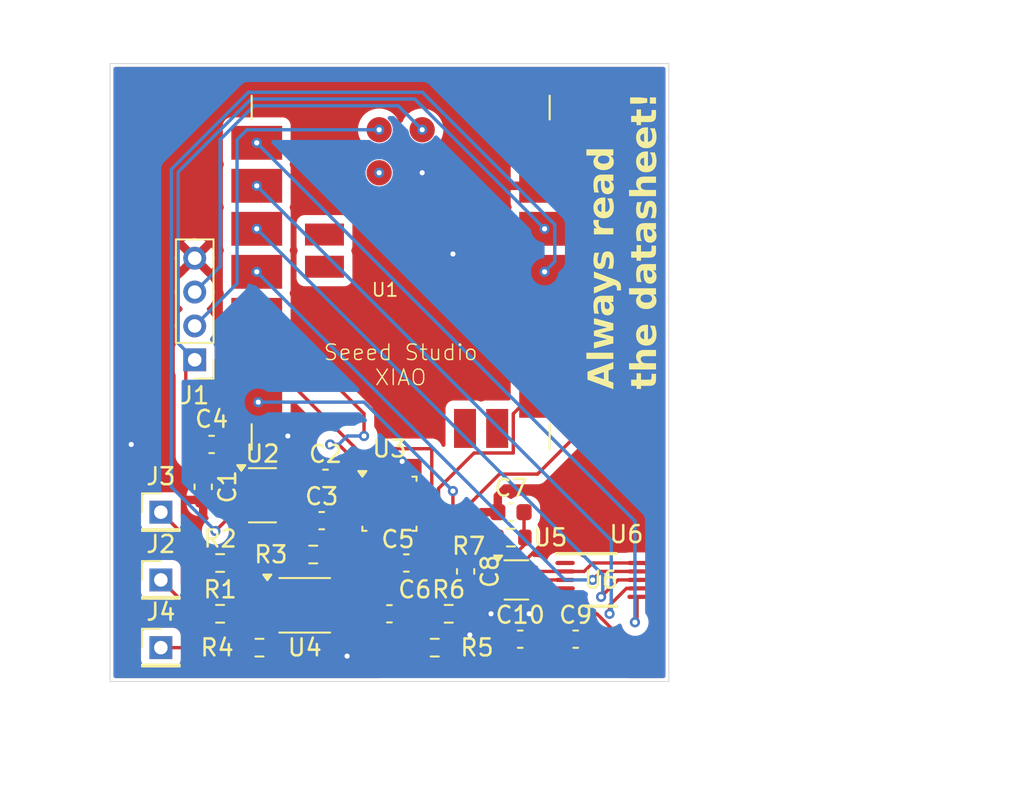
<source format=kicad_pcb>
(kicad_pcb (version 20241229) (generator "pcbnew") (generator_version "9.0")
  (layers (0 "F.Cu" signal) (2 "B.Cu" signal) (13 "F.Paste" user) (15 "B.Paste" user) (5 "F.SilkS" user "F.Silkscreen") (7 "B.SilkS" user "B.Silkscreen") (1 "F.Mask" user) (3 "B.Mask" user) (25 "Edge.Cuts" user))
  (net 0 "")
  (net 1 "3V3")
  (net 2 "GND")
  (net 3 "1V8")
  (net 4 "Net-(U3-REGOUT)")
  (net 5 "Amplified Signal")
  (net 6 "High-pass Signal")
  (net 7 "Net-(U5-+)")
  (net 8 "Filtered Signal")
  (net 9 "Net-(C8-Pad1)")
  (net 10 "Net-(U6-AINN)")
  (net 11 "SWDIO")
  (net 12 "SWCLK")
  (net 13 "Net-(U4-+)")
  (net 14 "Net-(U4--)")
  (net 15 "Net-(R3-Pad1)")
  (net 16 "Net-(R3-Pad2)")
  (net 17 "Net-(U4-Ref)")
  (net 18 "AD0")
  (net 20 "INT1")
  (net 21 "FSYNC")
  (net 23 "SCL")
  (net 24 "EN")
  (net 25 "SDA")
  (net 40 "+3.3V")
  (net 41 "+5V")
  (net 42 "DIN")
  (net 43 "DOUT")
  (net 44 "SCLK")
  (net 45 "CONVST")
  (net 48 "Net-(U1-GND-Pad22)")
  (net 50 "unconnected-(U1-RESET-Pad17)")
  (net 51 "Net-(J2-Pin_1)")
  (net 52 "Net-(J3-Pin_1)")
  (net 53 "Net-(J4-Pin_1)")
  (footprint "Sensor_Motion:InvenSense_QFN-24_3x3mm_P0.4mm" (layer "F.Cu") (at 67 90)
    (property "Reference" "U3" (at 0 -3.25 0) (layer "F.SilkS"))
    (property "Value" "ICM-20948")
    (fp_line (start -1.6 1.6) (end -1.6 1.35) (stroke (width 0.12)) (layer "F.SilkS"))
    (fp_line (start -1.6 1.6) (end -1.35 1.6) (stroke (width 0.12)) (layer "F.SilkS"))
    (fp_line (start 1.6 -1.6) (end 1.35 -1.6) (stroke (width 0.12)) (layer "F.SilkS"))
    (fp_line (start 1.6 -1.6) (end 1.6 -1.35) (stroke (width 0.12)) (layer "F.SilkS"))
    (fp_line (start 1.6 1.6) (end 1.35 1.6) (stroke (width 0.12)) (layer "F.SilkS"))
    (fp_line (start 1.6 1.6) (end 1.6 1.35) (stroke (width 0.12)) (layer "F.SilkS"))
    (fp_poly (pts (xy -1.6 -1.6) (xy -1.84 -1.93) (xy -1.36 -1.93) (xy -1.6 -1.6)) (stroke (width 0.12)) (fill yes) (layer "F.SilkS"))
    (pad "1" smd roundrect (at -1.5 -1) (size 0.55 0.2) (layers "F.Cu" "F.Mask" "F.Paste"))
    (pad "2" smd roundrect (at -1.5 -0.6) (size 0.55 0.2) (layers "F.Cu" "F.Mask" "F.Paste"))
    (pad "3" smd roundrect (at -1.5 -0.2) (size 0.55 0.2) (layers "F.Cu" "F.Mask" "F.Paste"))
    (pad "4" smd roundrect (at -1.5 0.2) (size 0.55 0.2) (layers "F.Cu" "F.Mask" "F.Paste"))
    (pad "5" smd roundrect (at -1.5 0.6) (size 0.55 0.2) (layers "F.Cu" "F.Mask" "F.Paste"))
    (pad "6" smd roundrect (at -1.5 1) (size 0.55 0.2) (layers "F.Cu" "F.Mask" "F.Paste"))
    (pad "7" smd roundrect (at -1 1.5 90) (size 0.55 0.2) (layers "F.Cu" "F.Mask" "F.Paste"))
    (pad "8" smd roundrect (at -0.6 1.5 90) (size 0.55 0.2) (layers "F.Cu" "F.Mask" "F.Paste") (net 3 "1V8"))
    (pad "9" smd roundrect (at -0.2 1.5 90) (size 0.55 0.2) (layers "F.Cu" "F.Mask" "F.Paste") (net 18 "AD0"))
    (pad "10" smd roundrect (at 0.2 1.5 90) (size 0.55 0.2) (layers "F.Cu" "F.Mask" "F.Paste") (net 4 "Net-(U3-REGOUT)"))
    (pad "11" smd roundrect (at 0.6 1.5 90) (size 0.55 0.2) (layers "F.Cu" "F.Mask" "F.Paste") (net 21 "FSYNC"))
    (pad "12" smd roundrect (at 1 1.5 90) (size 0.55 0.2) (layers "F.Cu" "F.Mask" "F.Paste") (net 20 "INT1"))
    (pad "13" smd roundrect (at 1.5 1) (size 0.55 0.2) (layers "F.Cu" "F.Mask" "F.Paste") (net 3 "1V8"))
    (pad "14" smd roundrect (at 1.5 0.6) (size 0.55 0.2) (layers "F.Cu" "F.Mask" "F.Paste"))
    (pad "15" smd roundrect (at 1.5 0.2) (size 0.55 0.2) (layers "F.Cu" "F.Mask" "F.Paste"))
    (pad "16" smd roundrect (at 1.5 -0.2) (size 0.55 0.2) (layers "F.Cu" "F.Mask" "F.Paste"))
    (pad "17" smd roundrect (at 1.5 -0.6) (size 0.55 0.2) (layers "F.Cu" "F.Mask" "F.Paste"))
    (pad "18" smd roundrect (at 1.5 -1) (size 0.55 0.2) (layers "F.Cu" "F.Mask" "F.Paste") (net 2 "GND"))
    (pad "19" smd roundrect (at 1 -1.5 90) (size 0.55 0.2) (layers "F.Cu" "F.Mask" "F.Paste"))
    (pad "20" smd roundrect (at 0.6 -1.5 90) (size 0.55 0.2) (layers "F.Cu" "F.Mask" "F.Paste") (net 2 "GND"))
    (pad "21" smd roundrect (at 0.2 -1.5 90) (size 0.55 0.2) (layers "F.Cu" "F.Mask" "F.Paste"))
    (pad "22" smd roundrect (at -0.2 -1.5 90) (size 0.55 0.2) (layers "F.Cu" "F.Mask" "F.Paste") (net 3 "1V8"))
    (pad "23" smd roundrect (at -0.6 -1.5 90) (size 0.55 0.2) (layers "F.Cu" "F.Mask" "F.Paste") (net 23 "SCL"))
    (pad "24" smd roundrect (at -1 -1.5 90) (size 0.55 0.2) (layers "F.Cu" "F.Mask" "F.Paste") (net 25 "SDA"))
    (zone (net 0) (net_name "") (layer "F.Cu") (connect_pads (clearance 0)) (min_thickness 0.254)
      (keepout (tracks not_allowed) (vias not_allowed) (pads not_allowed) (copperpour not_allowed) (footprints allowed))
      (fill (thermal_gap 0.508) (thermal_bridge_width 0.508))
      (polygon (pts (xy 66.125 89.205) (xy 67.875 89.205) (xy 67.875 90.795) (xy 66.125 90.795)))
    )
  )
  (footprint "Resistor_SMD:R_0603_1608Metric" (layer "F.Cu") (at 57 96.5)
    (property "Reference" "R1" (at 0 -1.43 0) (layer "F.SilkS"))
    (property "Value" "47kΩ")
    (fp_line (start -0.237258 -0.5225) (end 0.237258 -0.5225) (stroke (width 0.12)) (layer "F.SilkS"))
    (fp_line (start -0.237258 0.5225) (end 0.237258 0.5225) (stroke (width 0.12)) (layer "F.SilkS"))
    (pad "1" smd roundrect (at -0.825 0) (size 0.8 0.95) (layers "F.Cu" "F.Mask" "F.Paste") (net 51 "Net-(J2-Pin_1)"))
    (pad "2" smd roundrect (at 0.825 0) (size 0.8 0.95) (layers "F.Cu" "F.Mask" "F.Paste") (net 13 "Net-(U4-+)"))
  )
  (footprint "Package_TO_SOT_SMD:SOT-353_SC-70-5" (layer "F.Cu") (at 74.5 94.5)
    (property "Reference" "U5" (at 2 -2.5 0) (layer "F.SilkS"))
    (property "Value" "OPA333xxDCK")
    (fp_line (start -0.71 -1.16) (end 0.7 -1.16) (stroke (width 0.12)) (layer "F.SilkS"))
    (fp_line (start -0.7 1.16) (end 0.7 1.16) (stroke (width 0.12)) (layer "F.SilkS"))
    (fp_poly (pts (xy -1.08 -1.11) (xy -1.32 -1.44) (xy -0.84 -1.44) (xy -1.08 -1.11)) (stroke (width 0.12)) (fill yes) (layer "F.SilkS"))
    (pad "1" smd roundrect (at -0.95 -0.65) (size 0.65 0.4) (layers "F.Cu" "F.Mask" "F.Paste") (net 7 "Net-(U5-+)"))
    (pad "2" smd roundrect (at -0.95 0) (size 0.65 0.4) (layers "F.Cu" "F.Mask" "F.Paste") (net 2 "GND"))
    (pad "3" smd roundrect (at -0.95 0.65) (size 0.65 0.4) (layers "F.Cu" "F.Mask" "F.Paste") (net 8 "Filtered Signal"))
    (pad "4" smd roundrect (at 0.95 0.65) (size 0.65 0.4) (layers "F.Cu" "F.Mask" "F.Paste") (net 8 "Filtered Signal"))
    (pad "5" smd roundrect (at 0.95 -0.65) (size 0.65 0.4) (layers "F.Cu" "F.Mask" "F.Paste") (net 40 "+3.3V"))
  )
  (footprint "Package_SO:VSSOP-8_3x3mm_P0.65mm" (layer "F.Cu") (at 62 96)
    (property "Reference" "U4" (at 0 2.5 0) (layer "F.SilkS"))
    (property "Value" "INA333xxDGK")
    (fp_line (start 0 -1.61) (end -1.5 -1.61) (stroke (width 0.12)) (layer "F.SilkS"))
    (fp_line (start 0 -1.61) (end 1.5 -1.61) (stroke (width 0.12)) (layer "F.SilkS"))
    (fp_line (start 0 1.61) (end -1.5 1.61) (stroke (width 0.12)) (layer "F.SilkS"))
    (fp_line (start 0 1.61) (end 1.5 1.61) (stroke (width 0.12)) (layer "F.SilkS"))
    (fp_poly (pts (xy -2.2125 -1.485) (xy -2.4525 -1.815) (xy -1.9725 -1.815)) (stroke (width 0.12)) (fill yes) (layer "F.SilkS"))
    (pad "1" smd roundrect (at -2.1125 -0.975) (size 1.625 0.5) (layers "F.Cu" "F.Mask" "F.Paste") (net 16 "Net-(R3-Pad2)"))
    (pad "2" smd roundrect (at -2.1125 -0.325) (size 1.625 0.5) (layers "F.Cu" "F.Mask" "F.Paste") (net 14 "Net-(U4--)"))
    (pad "3" smd roundrect (at -2.1125 0.325) (size 1.625 0.5) (layers "F.Cu" "F.Mask" "F.Paste") (net 13 "Net-(U4-+)"))
    (pad "4" smd roundrect (at -2.1125 0.975) (size 1.625 0.5) (layers "F.Cu" "F.Mask" "F.Paste") (net 2 "GND"))
    (pad "5" smd roundrect (at 2.1125 0.975) (size 1.625 0.5) (layers "F.Cu" "F.Mask" "F.Paste") (net 17 "Net-(U4-Ref)"))
    (pad "6" smd roundrect (at 2.1125 0.325) (size 1.625 0.5) (layers "F.Cu" "F.Mask" "F.Paste") (net 5 "Amplified Signal"))
    (pad "7" smd roundrect (at 2.1125 -0.325) (size 1.625 0.5) (layers "F.Cu" "F.Mask" "F.Paste") (net 40 "+3.3V"))
    (pad "8" smd roundrect (at 2.1125 -0.975) (size 1.625 0.5) (layers "F.Cu" "F.Mask" "F.Paste") (net 15 "Net-(R3-Pad1)"))
  )
  (footprint "Capacitor_SMD:C_0603_1608Metric" (layer "F.Cu") (at 63 91)
    (property "Reference" "C3" (at 0 -1.43 0) (layer "F.SilkS"))
    (property "Value" "0.1uF")
    (fp_line (start -0.14058 -0.51) (end 0.14058 -0.51) (stroke (width 0.12)) (layer "F.SilkS"))
    (fp_line (start -0.14058 0.51) (end 0.14058 0.51) (stroke (width 0.12)) (layer "F.SilkS"))
    (pad "1" smd roundrect (at -0.775 0) (size 0.9 0.95) (layers "F.Cu" "F.Mask" "F.Paste") (net 3 "1V8"))
    (pad "2" smd roundrect (at 0.775 0) (size 0.9 0.95) (layers "F.Cu" "F.Mask" "F.Paste") (net 2 "GND"))
  )
  (footprint "Connector_PinHeader_2.00mm:PinHeader_1x04_P2.00mm_Vertical" (layer "F.Cu") (at 55.5 81.5 180)
    (property "Reference" "J1" (at 0 -2.11 180) (layer "F.SilkS"))
    (property "Value" "Conn_01x04")
    (fp_line (start 1.11 1) (end 1.11 7.11) (stroke (width 0.12)) (layer "F.SilkS"))
    (fp_line (start -1.11 7.11) (end 1.11 7.11) (stroke (width 0.12)) (layer "F.SilkS"))
    (fp_line (start -1.11 1) (end 1.11 1) (stroke (width 0.12)) (layer "F.SilkS"))
    (fp_line (start -1.11 1) (end -1.11 7.11) (stroke (width 0.12)) (layer "F.SilkS"))
    (fp_line (start -1.11 0) (end -1.11 -1.11) (stroke (width 0.12)) (layer "F.SilkS"))
    (fp_line (start -1.11 -1.11) (end 0 -1.11) (stroke (width 0.12)) (layer "F.SilkS"))
    (pad "1" thru_hole rect (at 0 0 180) (size 1.35 1.35) (drill 0.8) (layers "*.Cu" "*.Mask") (net 1 "3V3"))
    (pad "2" thru_hole circle (at 0 2 180) (size 1.35 1.35) (drill 0.8) (layers "*.Cu" "*.Mask") (net 11 "SWDIO"))
    (pad "3" thru_hole circle (at 0 4 180) (size 1.35 1.35) (drill 0.8) (layers "*.Cu" "*.Mask") (net 12 "SWCLK"))
    (pad "4" thru_hole circle (at 0 6 180) (size 1.35 1.35) (drill 0.8) (layers "*.Cu" "*.Mask") (net 2 "GND"))
  )
  (footprint "Capacitor_SMD:C_0603_1608Metric" (layer "F.Cu") (at 67 96.5)
    (property "Reference" "C6" (at 1.5 -1.43 0) (layer "F.SilkS"))
    (property "Value" "1µF")
    (fp_line (start -0.14058 -0.51) (end 0.14058 -0.51) (stroke (width 0.12)) (layer "F.SilkS"))
    (fp_line (start -0.14058 0.51) (end 0.14058 0.51) (stroke (width 0.12)) (layer "F.SilkS"))
    (pad "1" smd roundrect (at -0.775 0) (size 0.9 0.95) (layers "F.Cu" "F.Mask" "F.Paste") (net 5 "Amplified Signal"))
    (pad "2" smd roundrect (at 0.775 0) (size 0.9 0.95) (layers "F.Cu" "F.Mask" "F.Paste") (net 6 "High-pass Signal"))
  )
  (footprint "Resistor_SMD:R_0603_1608Metric" (layer "F.Cu") (at 57 93.5)
    (property "Reference" "R2" (at 0 -1.43 0) (layer "F.SilkS"))
    (property "Value" "47kΩ")
    (fp_line (start -0.237258 -0.5225) (end 0.237258 -0.5225) (stroke (width 0.12)) (layer "F.SilkS"))
    (fp_line (start -0.237258 0.5225) (end 0.237258 0.5225) (stroke (width 0.12)) (layer "F.SilkS"))
    (pad "1" smd roundrect (at -0.825 0) (size 0.8 0.95) (layers "F.Cu" "F.Mask" "F.Paste") (net 52 "Net-(J3-Pin_1)"))
    (pad "2" smd roundrect (at 0.825 0) (size 0.8 0.95) (layers "F.Cu" "F.Mask" "F.Paste") (net 14 "Net-(U4--)"))
  )
  (footprint "perpetuality_footprints:DGS0010A_L" (layer "F.Cu") (at 79.5 94.5)
    (property "Reference" "U6" (at 0 0 0) (layer "F.SilkS"))
    (property "Value" "ADS8866IDGS")
    (fp_line (start -2.65 -1.549999) (end 0.900001 -1.549999) (stroke (width 0.2)) (layer "F.SilkS"))
    (fp_line (start -0.900001 1.549999) (end 0.900001 1.549999) (stroke (width 0.2)) (layer "F.SilkS"))
    (fp_text user "U6" (at 1.5 -2.6924 0) (layer "F.SilkS"))
    (pad "1" smd oval (at -2.125 -1.000001 90) (size 0.249999 1.15) (layers "F.Cu" "F.Mask" "F.Paste") (net 41 "+5V"))
    (pad "2" smd oval (at -2.125 -0.500002 90) (size 0.249999 1.15) (layers "F.Cu" "F.Mask" "F.Paste") (net 40 "+3.3V"))
    (pad "3" smd oval (at -2.125 0 90) (size 0.249999 1.15) (layers "F.Cu" "F.Mask" "F.Paste") (net 8 "Filtered Signal"))
    (pad "4" smd oval (at -2.125 0.499999 90) (size 0.249999 1.15) (layers "F.Cu" "F.Mask" "F.Paste") (net 10 "Net-(U6-AINN)"))
    (pad "5" smd oval (at -2.125 1.000001 90) (size 0.249999 1.15) (layers "F.Cu" "F.Mask" "F.Paste") (net 2 "GND"))
    (pad "6" smd oval (at 2.125 1.000001 90) (size 0.249999 1.15) (layers "F.Cu" "F.Mask" "F.Paste") (net 45 "CONVST"))
    (pad "7" smd oval (at 2.125 0.499999 90) (size 0.249999 1.15) (layers "F.Cu" "F.Mask" "F.Paste") (net 43 "DOUT"))
    (pad "8" smd oval (at 2.125 0 90) (size 0.249999 1.15) (layers "F.Cu" "F.Mask" "F.Paste") (net 44 "SCLK"))
    (pad "9" smd oval (at 2.125 -0.500002 90) (size 0.249999 1.15) (layers "F.Cu" "F.Mask" "F.Paste") (net 42 "DIN"))
    (pad "10" smd oval (at 2.125 -1.000001 90) (size 0.249999 1.15) (layers "F.Cu" "F.Mask" "F.Paste") (net 40 "+3.3V"))
  )
  (footprint "Connector_PinHeader_2.00mm:PinHeader_1x01_P2.00mm_Vertical" (layer "F.Cu") (at 53.5 94.5)
    (property "Reference" "J2" (at 0 -2.11 0) (layer "F.SilkS"))
    (property "Value" "Conn_01x01")
    (fp_line (start -1.11 -1.11) (end 0 -1.11) (stroke (width 0.12)) (layer "F.SilkS"))
    (fp_line (start -1.11 0) (end -1.11 -1.11) (stroke (width 0.12)) (layer "F.SilkS"))
    (fp_line (start -1.11 1) (end -1.11 1.11) (stroke (width 0.12)) (layer "F.SilkS"))
    (fp_line (start -1.11 1) (end 1.11 1) (stroke (width 0.12)) (layer "F.SilkS"))
    (fp_line (start -1.11 1.11) (end 1.11 1.11) (stroke (width 0.12)) (layer "F.SilkS"))
    (fp_line (start 1.11 1) (end 1.11 1.11) (stroke (width 0.12)) (layer "F.SilkS"))
    (pad "1" thru_hole rect (at 0 0) (size 1.35 1.35) (drill 0.8) (layers "*.Cu" "*.Mask") (net 51 "Net-(J2-Pin_1)"))
  )
  (footprint "Package_SO:TSOP-5_1.65x3.05mm_P0.95mm" (layer "F.Cu") (at 59.5 89.5)
    (property "Reference" "U2" (at 0 -2.45 0) (layer "F.SilkS"))
    (property "Value" "NCV8164CSN180T1G")
    (fp_line (start -0.8 -1.6) (end 0.8 -1.6) (stroke (width 0.12)) (layer "F.SilkS"))
    (fp_line (start -0.8 1.6) (end 0.8 1.6) (stroke (width 0.12)) (layer "F.SilkS"))
    (fp_poly (pts (xy -1.25 -1.45) (xy -1.49 -1.78) (xy -1.01 -1.78) (xy -1.25 -1.45)) (stroke (width 0.12)) (fill yes) (layer "F.SilkS"))
    (pad "1" smd rect (at -1.16 -0.95) (size 0.7 0.51) (layers "F.Cu" "F.Mask" "F.Paste") (net 1 "3V3"))
    (pad "2" smd rect (at -1.16 0) (size 0.7 0.51) (layers "F.Cu" "F.Mask" "F.Paste") (net 2 "GND"))
    (pad "3" smd rect (at -1.16 0.95) (size 0.7 0.51) (layers "F.Cu" "F.Mask" "F.Paste") (net 24 "EN"))
    (pad "4" smd rect (at 1.16 0.95) (size 0.7 0.51) (layers "F.Cu" "F.Mask" "F.Paste"))
    (pad "5" smd rect (at 1.16 -0.95) (size 0.7 0.51) (layers "F.Cu" "F.Mask" "F.Paste") (net 3 "1V8"))
  )
  (footprint "Resistor_SMD:R_0603_1608Metric" (layer "F.Cu") (at 62.5 93 180)
    (property "Reference" "R3" (at 2.5 0 0) (layer "F.SilkS"))
    (property "Value" "470Ω")
    (fp_line (start -0.237258 0.5225) (end 0.237258 0.5225) (stroke (width 0.12)) (layer "F.SilkS"))
    (fp_line (start -0.237258 -0.5225) (end 0.237258 -0.5225) (stroke (width 0.12)) (layer "F.SilkS"))
    (pad "1" smd roundrect (at -0.825 0 180) (size 0.8 0.95) (layers "F.Cu" "F.Mask" "F.Paste") (net 15 "Net-(R3-Pad1)"))
    (pad "2" smd roundrect (at 0.825 0 180) (size 0.8 0.95) (layers "F.Cu" "F.Mask" "F.Paste") (net 16 "Net-(R3-Pad2)"))
  )
  (footprint "Connector_PinHeader_2.00mm:PinHeader_1x01_P2.00mm_Vertical" (layer "F.Cu") (at 53.5 98.5)
    (property "Reference" "J4" (at 0 -2.11 0) (layer "F.SilkS"))
    (property "Value" "Conn_01x01")
    (fp_line (start -1.11 -1.11) (end 0 -1.11) (stroke (width 0.12)) (layer "F.SilkS"))
    (fp_line (start -1.11 0) (end -1.11 -1.11) (stroke (width 0.12)) (layer "F.SilkS"))
    (fp_line (start -1.11 1) (end -1.11 1.11) (stroke (width 0.12)) (layer "F.SilkS"))
    (fp_line (start -1.11 1) (end 1.11 1) (stroke (width 0.12)) (layer "F.SilkS"))
    (fp_line (start -1.11 1.11) (end 1.11 1.11) (stroke (width 0.12)) (layer "F.SilkS"))
    (fp_line (start 1.11 1) (end 1.11 1.11) (stroke (width 0.12)) (layer "F.SilkS"))
    (pad "1" thru_hole rect (at 0 0) (size 1.35 1.35) (drill 0.8) (layers "*.Cu" "*.Mask") (net 53 "Net-(J4-Pin_1)"))
  )
  (footprint "Resistor_SMD:R_0603_1608Metric" (layer "F.Cu") (at 74.175 92)
    (property "Reference" "R7" (at -2.5 0.5 0) (layer "F.SilkS"))
    (property "Value" "10kΩ")
    (fp_line (start -0.237258 -0.5225) (end 0.237258 -0.5225) (stroke (width 0.12)) (layer "F.SilkS"))
    (fp_line (start -0.237258 0.5225) (end 0.237258 0.5225) (stroke (width 0.12)) (layer "F.SilkS"))
    (pad "1" smd roundrect (at -0.825 0) (size 0.8 0.95) (layers "F.Cu" "F.Mask" "F.Paste") (net 9 "Net-(C8-Pad1)"))
    (pad "2" smd roundrect (at 0.825 0) (size 0.8 0.95) (layers "F.Cu" "F.Mask" "F.Paste") (net 7 "Net-(U5-+)"))
  )
  (footprint "Capacitor_SMD:C_0603_1608Metric" (layer "F.Cu") (at 78 98)
    (property "Reference" "C9" (at 0 -1.43 0) (layer "F.SilkS"))
    (property "Value" "1µF")
    (fp_line (start -0.14058 -0.51) (end 0.14058 -0.51) (stroke (width 0.12)) (layer "F.SilkS"))
    (fp_line (start -0.14058 0.51) (end 0.14058 0.51) (stroke (width 0.12)) (layer "F.SilkS"))
    (pad "1" smd roundrect (at -0.775 0) (size 0.9 0.95) (layers "F.Cu" "F.Mask" "F.Paste") (net 10 "Net-(U6-AINN)"))
    (pad "2" smd roundrect (at 0.775 0) (size 0.9 0.95) (layers "F.Cu" "F.Mask" "F.Paste") (net 2 "GND"))
  )
  (footprint "Capacitor_SMD:C_0603_1608Metric" (layer "F.Cu") (at 74.725 98)
    (property "Reference" "C10" (at 0 -1.43 0) (layer "F.SilkS"))
    (property "Value" "0.1µF")
    (fp_line (start -0.14058 -0.51) (end 0.14058 -0.51) (stroke (width 0.12)) (layer "F.SilkS"))
    (fp_line (start -0.14058 0.51) (end 0.14058 0.51) (stroke (width 0.12)) (layer "F.SilkS"))
    (pad "1" smd roundrect (at -0.775 0) (size 0.9 0.95) (layers "F.Cu" "F.Mask" "F.Paste") (net 10 "Net-(U6-AINN)"))
    (pad "2" smd roundrect (at 0.775 0) (size 0.9 0.95) (layers "F.Cu" "F.Mask" "F.Paste") (net 2 "GND"))
  )
  (footprint "Capacitor_SMD:C_0603_1608Metric" (layer "F.Cu") (at 71.5 94 -90)
    (property "Reference" "C8" (at 0 -1.43 90) (layer "F.SilkS"))
    (property "Value" "33nF")
    (fp_line (start -0.14058 0.51) (end 0.14058 0.51) (stroke (width 0.12)) (layer "F.SilkS"))
    (fp_line (start -0.14058 -0.51) (end 0.14058 -0.51) (stroke (width 0.12)) (layer "F.SilkS"))
    (pad "1" smd roundrect (at -0.775 0 270) (size 0.9 0.95) (layers "F.Cu" "F.Mask" "F.Paste") (net 9 "Net-(C8-Pad1)"))
    (pad "2" smd roundrect (at 0.775 0 270) (size 0.9 0.95) (layers "F.Cu" "F.Mask" "F.Paste") (net 8 "Filtered Signal"))
  )
  (footprint "Capacitor_SMD:C_0603_1608Metric" (layer "F.Cu") (at 56.5 86.5 180)
    (property "Reference" "C4" (at 0 1.5 0) (layer "F.SilkS"))
    (property "Value" "0.1uF")
    (fp_line (start -0.14058 0.51) (end 0.14058 0.51) (stroke (width 0.12)) (layer "F.SilkS"))
    (fp_line (start -0.14058 -0.51) (end 0.14058 -0.51) (stroke (width 0.12)) (layer "F.SilkS"))
    (pad "1" smd roundrect (at -0.775 0 180) (size 0.9 0.95) (layers "F.Cu" "F.Mask" "F.Paste") (net 3 "1V8"))
    (pad "2" smd roundrect (at 0.775 0 180) (size 0.9 0.95) (layers "F.Cu" "F.Mask" "F.Paste") (net 2 "GND"))
  )
  (footprint "Capacitor_SMD:C_0603_1608Metric" (layer "F.Cu") (at 74.175 90.5)
    (property "Reference" "C7" (at 0 -1.43 0) (layer "F.SilkS"))
    (property "Value" "33nF")
    (fp_line (start -0.14058 -0.51) (end 0.14058 -0.51) (stroke (width 0.12)) (layer "F.SilkS"))
    (fp_line (start -0.14058 0.51) (end 0.14058 0.51) (stroke (width 0.12)) (layer "F.SilkS"))
    (pad "1" smd roundrect (at -0.775 0) (size 0.9 0.95) (layers "F.Cu" "F.Mask" "F.Paste") (net 2 "GND"))
    (pad "2" smd roundrect (at 0.775 0) (size 0.9 0.95) (layers "F.Cu" "F.Mask" "F.Paste") (net 7 "Net-(U5-+)"))
  )
  (footprint "perpetuality_footprints:SeeedStudio nRf52840" (layer "F.Cu") (at 67.6635 76.3035)
    (property "Reference" "U1" (at -1.778 1.524 0) (layer "F.SilkS") (effects (font (size 0.78232 0.78232) (thickness 0.10668)) (justify left bottom)))
    (property "Value" "XIAO-nRF52840-SMD")
    (fp_line (start -8.8 -10.4) (end -8.8 -9) (stroke (width 0.127)) (layer "F.SilkS"))
    (fp_line (start -8.8 10.5) (end -8.8 9) (stroke (width 0.127)) (layer "F.SilkS"))
    (fp_line (start 8.8 -10.4) (end 8.8 -9) (stroke (width 0.127)) (layer "F.SilkS"))
    (fp_line (start 8.8 10.5) (end 8.8 9) (stroke (width 0.127)) (layer "F.SilkS"))
    (fp_text user "Seeed Studio\nXIAO" (at 0 5.5 0) (layer "F.SilkS") (effects (font (size 0.92 0.92) (thickness 0.08))))
    (pad "1" smd rect (at -8.5 -7.62) (size 3 2) (layers "F.Cu" "F.Mask" "F.Paste") (net 45 "CONVST"))
    (pad "2" smd rect (at -8.5 -5.08) (size 3 2) (layers "F.Cu" "F.Mask" "F.Paste") (net 43 "DOUT"))
    (pad "3" smd rect (at -8.5 -2.54) (size 3 2) (layers "F.Cu" "F.Mask" "F.Paste") (net 44 "SCLK"))
    (pad "4" smd rect (at -8.5 0) (size 3 2) (layers "F.Cu" "F.Mask" "F.Paste") (net 42 "DIN"))
    (pad "5" smd rect (at -8.5 2.54) (size 3 2) (layers "F.Cu" "F.Mask" "F.Paste") (net 25 "SDA"))
    (pad "6" smd rect (at -8.5 5.08) (size 3 2) (layers "F.Cu" "F.Mask" "F.Paste") (net 23 "SCL"))
    (pad "7" smd rect (at -8.5 7.62) (size 3 2) (layers "F.Cu" "F.Mask" "F.Paste") (net 21 "FSYNC"))
    (pad "8" smd rect (at 8.5 7.62) (size 3 2) (layers "F.Cu" "F.Mask" "F.Paste") (net 20 "INT1"))
    (pad "9" smd rect (at 8.5 5.08) (size 3 2) (layers "F.Cu" "F.Mask" "F.Paste") (net 18 "AD0"))
    (pad "10" smd rect (at 8.5 2.54) (size 3 2) (layers "F.Cu" "F.Mask" "F.Paste"))
    (pad "11" smd rect (at 8.5 0) (size 3 2) (layers "F.Cu" "F.Mask" "F.Paste") (net 24 "EN"))
    (pad "12" smd rect (at 8.5 -2.54) (size 3 2) (layers "F.Cu" "F.Mask" "F.Paste") (net 1 "3V3"))
    (pad "13" smd rect (at 8.5 -5.08) (size 3 2) (layers "F.Cu" "F.Mask" "F.Paste") (net 2 "GND"))
    (pad "14" smd rect (at 8.5 -7.62) (size 3 2) (layers "F.Cu" "F.Mask" "F.Paste"))
    (pad "15" smd roundrect (at -1.27 -8.39) (size 1.5 1.5) (layers "F.Cu" "F.Mask" "F.Paste") (roundrect_rratio 0.5) (net 11 "SWDIO"))
    (pad "16" smd roundrect (at 1.27 -8.39) (size 1.5 1.5) (layers "F.Cu" "F.Mask" "F.Paste") (roundrect_rratio 0.5) (net 12 "SWCLK"))
    (pad "17" smd roundrect (at -1.27 -5.85) (size 1.5 1.5) (layers "F.Cu" "F.Mask" "F.Paste") (roundrect_rratio 0.5) (net 50 "unconnected-(U1-RESET-Pad17)"))
    (pad "18" smd roundrect (at 1.27 -5.85) (size 1.5 1.5) (layers "F.Cu" "F.Mask" "F.Paste") (roundrect_rratio 0.5) (net 2 "GND"))
    (pad "19" smd rect (at 3.8 9.25 90) (size 2.3 1.3) (layers "F.Cu" "F.Mask" "F.Paste"))
    (pad "20" smd rect (at 5.7 9.25 90) (size 2.3 1.3) (layers "F.Cu" "F.Mask" "F.Paste"))
    (pad "21" smd rect (at -4.5 -2.2 180) (size 2.3 1.3) (layers "F.Cu" "F.Mask" "F.Paste"))
    (pad "22" smd rect (at -4.5 -0.3 180) (size 2.3 1.3) (layers "F.Cu" "F.Mask" "F.Paste") (net 48 "Net-(U1-GND-Pad22)"))
  )
  (footprint "Resistor_SMD:R_0603_1608Metric" (layer "F.Cu") (at 70.5 96.5)
    (property "Reference" "R6" (at 0 -1.43 0) (layer "F.SilkS"))
    (property "Value" "10kΩ")
    (fp_line (start -0.237258 -0.5225) (end 0.237258 -0.5225) (stroke (width 0.12)) (layer "F.SilkS"))
    (fp_line (start -0.237258 0.5225) (end 0.237258 0.5225) (stroke (width 0.12)) (layer "F.SilkS"))
    (pad "1" smd roundrect (at -0.825 0) (size 0.8 0.95) (layers "F.Cu" "F.Mask" "F.Paste") (net 6 "High-pass Signal"))
    (pad "2" smd roundrect (at 0.825 0) (size 0.8 0.95) (layers "F.Cu" "F.Mask" "F.Paste") (net 9 "Net-(C8-Pad1)"))
  )
  (footprint "Capacitor_SMD:C_0603_1608Metric" (layer "F.Cu") (at 68 93.5)
    (property "Reference" "C5" (at -0.5 -1.4 0) (layer "F.SilkS"))
    (property "Value" "0.1uF")
    (fp_line (start -0.14058 -0.51) (end 0.14058 -0.51) (stroke (width 0.12)) (layer "F.SilkS"))
    (fp_line (start -0.14058 0.51) (end 0.14058 0.51) (stroke (width 0.12)) (layer "F.SilkS"))
    (pad "1" smd roundrect (at -0.775 0) (size 0.9 0.95) (layers "F.Cu" "F.Mask" "F.Paste") (net 4 "Net-(U3-REGOUT)"))
    (pad "2" smd roundrect (at 0.775 0) (size 0.9 0.95) (layers "F.Cu" "F.Mask" "F.Paste") (net 2 "GND"))
  )
  (footprint "Resistor_SMD:R_0603_1608Metric" (layer "F.Cu") (at 69.675 98.5 180)
    (property "Reference" "R5" (at -2.5 0 0) (layer "F.SilkS"))
    (property "Value" "15.9kΩ")
    (fp_line (start -0.237258 0.5225) (end 0.237258 0.5225) (stroke (width 0.12)) (layer "F.SilkS"))
    (fp_line (start -0.237258 -0.5225) (end 0.237258 -0.5225) (stroke (width 0.12)) (layer "F.SilkS"))
    (pad "1" smd roundrect (at -0.825 0 180) (size 0.8 0.95) (layers "F.Cu" "F.Mask" "F.Paste") (net 2 "GND"))
    (pad "2" smd roundrect (at 0.825 0 180) (size 0.8 0.95) (layers "F.Cu" "F.Mask" "F.Paste") (net 6 "High-pass Signal"))
  )
  (footprint "Resistor_SMD:R_0603_1608Metric" (layer "F.Cu") (at 59.325 98.5)
    (property "Reference" "R4" (at -2.5 0 0) (layer "F.SilkS"))
    (property "Value" "47kΩ")
    (fp_line (start -0.237258 -0.5225) (end 0.237258 -0.5225) (stroke (width 0.12)) (layer "F.SilkS"))
    (fp_line (start -0.237258 0.5225) (end 0.237258 0.5225) (stroke (width 0.12)) (layer "F.SilkS"))
    (pad "1" smd roundrect (at -0.825 0) (size 0.8 0.95) (layers "F.Cu" "F.Mask" "F.Paste") (net 53 "Net-(J4-Pin_1)"))
    (pad "2" smd roundrect (at 0.825 0) (size 0.8 0.95) (layers "F.Cu" "F.Mask" "F.Paste") (net 17 "Net-(U4-Ref)"))
  )
  (footprint "Connector_PinHeader_2.00mm:PinHeader_1x01_P2.00mm_Vertical" (layer "F.Cu") (at 53.5 90.5)
    (property "Reference" "J3" (at 0 -2.11 0) (layer "F.SilkS"))
    (property "Value" "Conn_01x01")
    (fp_line (start -1.11 -1.11) (end 0 -1.11) (stroke (width 0.12)) (layer "F.SilkS"))
    (fp_line (start -1.11 0) (end -1.11 -1.11) (stroke (width 0.12)) (layer "F.SilkS"))
    (fp_line (start -1.11 1) (end -1.11 1.11) (stroke (width 0.12)) (layer "F.SilkS"))
    (fp_line (start -1.11 1) (end 1.11 1) (stroke (width 0.12)) (layer "F.SilkS"))
    (fp_line (start -1.11 1.11) (end 1.11 1.11) (stroke (width 0.12)) (layer "F.SilkS"))
    (fp_line (start 1.11 1) (end 1.11 1.11) (stroke (width 0.12)) (layer "F.SilkS"))
    (pad "1" thru_hole rect (at 0 0) (size 1.35 1.35) (drill 0.8) (layers "*.Cu" "*.Mask") (net 52 "Net-(J3-Pin_1)"))
  )
  (footprint "Capacitor_SMD:C_0603_1608Metric" (layer "F.Cu") (at 56 89 -90)
    (property "Reference" "C1" (at 0 -1.43 90) (layer "F.SilkS"))
    (property "Value" "1uF")
    (fp_line (start -0.14058 0.51) (end 0.14058 0.51) (stroke (width 0.12)) (layer "F.SilkS"))
    (fp_line (start -0.14058 -0.51) (end 0.14058 -0.51) (stroke (width 0.12)) (layer "F.SilkS"))
    (pad "1" smd roundrect (at -0.775 0 270) (size 0.9 0.95) (layers "F.Cu" "F.Mask" "F.Paste") (net 1 "3V3"))
    (pad "2" smd roundrect (at 0.775 0 270) (size 0.9 0.95) (layers "F.Cu" "F.Mask" "F.Paste") (net 2 "GND"))
  )
  (footprint "Capacitor_SMD:C_0603_1608Metric" (layer "F.Cu") (at 63.225 88.5)
    (property "Reference" "C2" (at 0 -1.43 0) (layer "F.SilkS"))
    (property "Value" "1uF")
    (fp_line (start -0.14058 -0.51) (end 0.14058 -0.51) (stroke (width 0.12)) (layer "F.SilkS"))
    (fp_line (start -0.14058 0.51) (end 0.14058 0.51) (stroke (width 0.12)) (layer "F.SilkS"))
    (pad "1" smd roundrect (at -0.775 0) (size 0.9 0.95) (layers "F.Cu" "F.Mask" "F.Paste") (net 3 "1V8"))
    (pad "2" smd roundrect (at 0.775 0) (size 0.9 0.95) (layers "F.Cu" "F.Mask" "F.Paste") (net 2 "GND"))
  )
  (gr_rect (start 50.5 64) (end 83.5 100.5) (stroke (width 0.05)) (fill no) (layer "Edge.Cuts"))
  (gr_text "Always read \nthe datasheet!" (at 83 83.25 90) (layer "F.SilkS") (effects (font (size 1.5 1.5) (thickness 0.3) (bold yes)) (justify left bottom)))
  (segment (start 54.974 87.199) (end 56 88.225) (width 0.2) (layer "F.Cu") (net 1))
  (segment (start 55.5 81.5) (end 54.974 82.026) (width 0.2) (layer "F.Cu") (net 1))
  (segment (start 54.974 82.026) (end 54.974 87.199) (width 0.2) (layer "F.Cu") (net 1))
  (segment (start 58.34 88.55) (end 56.325 88.55) (width 0.2) (layer "F.Cu") (net 1))
  (segment (start 56.325 88.55) (end 56 88.225) (width 0.2) (layer "F.Cu") (net 1))
  (via (at 76.1635 73.7635) (size 0.6) (drill 0.3) (layers "F.Cu" "B.Cu") (net 1))
  (segment (start 54.524 70.4089) (end 58.8339 66.099) (width 0.2) (layer "B.Cu") (net 1))
  (segment (start 58.8339 66.099) (end 68.499 66.099) (width 0.2) (layer "B.Cu") (net 1))
  (segment (start 54.524 80.524) (end 54.524 70.4089) (width 0.2) (layer "B.Cu") (net 1))
  (segment (start 55.5 81.5) (end 54.524 80.524) (width 0.2) (layer "B.Cu") (net 1))
  (segment (start 68.499 66.099) (end 76.1635 73.7635) (width 0.2) (layer "B.Cu") (net 1))
  (segment (start 75.937499 92.437499) (end 76.124998 92.25) (width 0.2) (layer "F.Cu") (net 2))
  (segment (start 78.775 98.475) (end 78.775 98) (width 0.2) (layer "F.Cu") (net 2))
  (segment (start 75.5 97.5) (end 74.5 96.5) (width 0.2) (layer "F.Cu") (net 2))
  (segment (start 78.775 98) (end 80.25 98) (width 0.2) (layer "F.Cu") (net 2))
  (segment (start 76.124998 92.25) (end 76.5 92.25) (width 0.2) (layer "F.Cu") (net 2))
  (segment (start 59.5 90.66) (end 59.5 91.75) (width 0.2) (layer "F.Cu") (net 2))
  (segment (start 75.5 98) (end 75.5 97.5) (width 0.2) (layer "F.Cu") (net 2))
  (segment (start 59.5 91.75) (end 61.5 91.75) (width 0.2) (layer "F.Cu") (net 2))
  (segment (start 71.75 98.5) (end 72.5 99.25) (width 0.2) (layer "F.Cu") (net 2))
  (segment (start 67.75 87.5) (end 67.772774 87.5) (width 0.2) (layer "F.Cu") (net 2))
  (segment (start 77.500001 95.500001) (end 78.5 96.5) (width 0.2) (layer "F.Cu") (net 2))
  (segment (start 62.5 92.75) (end 62.5 95.174999) (width 0.2) (layer "F.Cu") (net 2))
  (segment (start 62.5 95.174999) (end 60.699999 96.975) (width 0.2) (layer "F.Cu") (net 2))
  (segment (start 67.6 88.129226) (end 67.6 88.5) (width 0.2) (layer "F.Cu") (net 2))
  (segment (start 78 99.25) (end 78.775 98.475) (width 0.2) (layer "F.Cu") (net 2))
  (segment (start 67.828226 87.901) (end 67.6 88.129226) (width 0.2) (layer "F.Cu") (net 2))
  (segment (start 61.5 91.75) (end 62.5 92.75) (width 0.2) (layer "F.Cu") (net 2))
  (segment (start 74.5 96.5) (end 73.75 96.5) (width 0.2) (layer "F.Cu") (net 2))
  (segment (start 72.5 99.25) (end 78 99.25) (width 0.2) (layer "F.Cu") (net 2))
  (segment (start 68.173774 87.901) (end 67.828226 87.901) (width 0.2) (layer "F.Cu") (net 2))
  (segment (start 68.5 88.227226) (end 68.261387 87.988613) (width 0.2) (layer "F.Cu") (net 2))
  (segment (start 73.75 96.5) (end 71.75 98.5) (width 0.2) (layer "F.Cu") (net 2))
  (segment (start 73.874999 94.5) (end 75.937499 92.437499) (width 0.2) (layer "F.Cu") (net 2))
  (segment (start 73.55 94.5) (end 73.874999 94.5) (width 0.2) (layer "F.Cu") (net 2))
  (segment (start 77.375 95.500001) (end 77.500001 95.500001) (width 0.2) (layer "F.Cu") (net 2))
  (segment (start 60.699999 96.975) (end 59.8875 96.975) (width 0.2) (layer "F.Cu") (net 2))
  (segment (start 78.5 96.5) (end 79.25 96.5) (width 0.2) (layer "F.Cu") (net 2))
  (segment (start 80.25 98) (end 80.5 97.75) (width 0.2) (layer "F.Cu") (net 2))
  (segment (start 68.261387 87.988613) (end 68.173774 87.901) (width 0.2) (layer "F.Cu") (net 2))
  (segment (start 79.25 96.5) (end 80.5 97.75) (width 0.2) (layer "F.Cu") (net 2))
  (segment (start 58.34 89.5) (end 59.5 90.66) (width 0.2) (layer "F.Cu") (net 2))
  (segment (start 67.772774 87.5) (end 68.261387 87.988613) (width 0.2) (layer "F.Cu") (net 2))
  (segment (start 68.5 89) (end 68.5 88.227226) (width 0.2) (layer "F.Cu") (net 2))
  (segment (start 71.75 98.5) (end 70.5 98.5) (width 0.2) (layer "F.Cu") (net 2))
  (via (at 71.75 97.75) (size 0.6) (drill 0.3) (layers "F.Cu" "B.Cu") (net 2))
  (via (at 73 96.5) (size 0.6) (drill 0.3) (layers "F.Cu" "B.Cu") (net 2))
  (via (at 75.25 96.5) (size 0.6) (drill 0.3) (layers "F.Cu" "B.Cu") (net 2))
  (via (at 67.75 87.5) (size 0.6) (drill 0.3) (layers "F.Cu" "B.Cu") (net 2))
  (via (at 68.9335 70.4535) (size 0.6) (drill 0.3) (layers "F.Cu" "B.Cu") (net 2))
  (via (at 64.5 99) (size 0.6) (drill 0.3) (layers "F.Cu" "B.Cu") (net 2))
  (via (at 51.75 86.5) (size 0.6) (drill 0.3) (layers "F.Cu" "B.Cu") (net 2))
  (via (at 61 86) (size 0.6) (drill 0.3) (layers "F.Cu" "B.Cu") (net 2))
  (via (at 70.75 75.25) (size 0.6) (drill 0.3) (layers "F.Cu" "B.Cu") (net 2))
  (segment (start 62.25 91) (end 63 91.75) (width 0.2) (layer "F.Cu") (net 3))
  (segment (start 58.61 86.5) (end 60.66 88.55) (width 0.2) (layer "F.Cu") (net 3))
  (segment (start 62.225 88.725) (end 62.45 88.5) (width 0.2) (layer "F.Cu") (net 3))
  (segment (start 66.8 86.95) (end 67 86.75) (width 0.2) (layer "F.Cu") (net 3))
  (segment (start 65 92.25) (end 66 92.25) (width 0.2) (layer "F.Cu") (net 3))
  (segment (start 62.225 91) (end 62.225 88.725) (width 0.2) (layer "F.Cu") (net 3))
  (segment (start 66.8 88.5) (end 66.8 86.95) (width 0.2) (layer "F.Cu") (net 3))
  (segment (start 66.4 91.225) (end 66.4 91.5) (width 0.2) (layer "F.Cu") (net 3))
  (segment (start 64.5 91.75) (end 65 92.25) (width 0.2) (layer "F.Cu") (net 3))
  (segment (start 67 86.75) (end 69.5 86.75) (width 0.2) (layer "F.Cu") (net 3))
  (segment (start 68.5 91) (end 66.625 91) (width 0.2) (layer "F.Cu") (net 3))
  (segment (start 66.4 91.85) (end 66.4 91.5) (width 0.2) (layer "F.Cu") (net 3))
  (segment (start 63 91.75) (end 64.5 91.75) (width 0.2) (layer "F.Cu") (net 3))
  (segment (start 66 92.25) (end 66.4 91.85) (width 0.2) (layer "F.Cu") (net 3))
  (segment (start 66.625 91) (end 66.4 91.225) (width 0.2) (layer "F.Cu") (net 3))
  (segment (start 69 91) (end 68.5 91) (width 0.2) (layer "F.Cu") (net 3))
  (segment (start 62.225 91) (end 62.25 91) (width 0.2) (layer "F.Cu") (net 3))
  (segment (start 62.4 88.55) (end 62.45 88.5) (width 0.2) (layer "F.Cu") (net 3))
  (segment (start 69.5 86.75) (end 69.5 90.5) (width 0.2) (layer "F.Cu") (net 3))
  (segment (start 57.275 86.5) (end 58.61 86.5) (width 0.2) (layer "F.Cu") (net 3))
  (segment (start 60.66 88.55) (end 62.4 88.55) (width 0.2) (layer "F.Cu") (net 3))
  (segment (start 69.5 90.5) (end 69 91) (width 0.2) (layer "F.Cu") (net 3))
  (segment (start 67.225 93.5) (end 67.225 91.525) (width 0.2) (layer "F.Cu") (net 4))
  (segment (start 67.2 91.5) (end 67.2 91.870774) (width 0.2) (layer "F.Cu") (net 4))
  (segment (start 67.2 91.870774) (end 67.199 91.871774) (width 0.2) (layer "F.Cu") (net 4))
  (segment (start 67.225 91.525) (end 67.2 91.5) (width 0.2) (layer "F.Cu") (net 4))
  (segment (start 64.1125 96.325) (end 66.05 96.325) (width 0.2) (layer "F.Cu") (net 5))
  (segment (start 66.05 96.325) (end 66.225 96.5) (width 0.2) (layer "F.Cu") (net 5))
  (segment (start 67.775 96.5) (end 69.675 96.5) (width 0.2) (layer "F.Cu") (net 6))
  (segment (start 69.675 97.675) (end 68.85 98.5) (width 0.2) (layer "F.Cu") (net 6))
  (segment (start 69.675 96.5) (end 69.675 97.675) (width 0.2) (layer "F.Cu") (net 6))
  (segment (start 74.95 91.95) (end 75 92) (width 0.2) (layer "F.Cu") (net 7))
  (segment (start 74.95 90.5) (end 74.95 91.95) (width 0.2) (layer "F.Cu") (net 7))
  (segment (start 75 92.4) (end 75 92) (width 0.2) (layer "F.Cu") (net 7))
  (segment (start 73.55 93.85) (end 75 92.4) (width 0.2) (layer "F.Cu") (net 7))
  (segment (start 71.5 94.775) (end 71.875 95.15) (width 0.2) (layer "F.Cu") (net 8))
  (segment (start 71.875 95.15) (end 73.55 95.15) (width 0.2) (layer "F.Cu") (net 8))
  (segment (start 75.45 95.15) (end 76.1 94.5) (width 0.2) (layer "F.Cu") (net 8))
  (segment (start 73.55 95.15) (end 75.45 95.15) (width 0.2) (layer "F.Cu") (net 8))
  (segment (start 76.1 94.5) (end 77.375 94.5) (width 0.2) (layer "F.Cu") (net 8))
  (segment (start 70.724 95.899) (end 70.724 94.001) (width 0.2) (layer "F.Cu") (net 9))
  (segment (start 73.35 92) (end 72.725 92) (width 0.2) (layer "F.Cu") (net 9))
  (segment (start 70.724 94.001) (end 71.5 93.225) (width 0.2) (layer "F.Cu") (net 9))
  (segment (start 72.725 92) (end 71.5 93.225) (width 0.2) (layer "F.Cu") (net 9))
  (segment (start 71.325 96.5) (end 70.724 95.899) (width 0.2) (layer "F.Cu") (net 9))
  (segment (start 74.726 98.776) (end 76.449 98.776) (width 0.2) (layer "F.Cu") (net 10))
  (segment (start 76.6 94.999999) (end 77.375 94.999999) (width 0.2) (layer "F.Cu") (net 10))
  (segment (start 76.499 95.100999) (end 76.6 94.999999) (width 0.2) (layer "F.Cu") (net 10))
  (segment (start 77.225 98) (end 76.499 97.274) (width 0.2) (layer "F.Cu") (net 10))
  (segment (start 73.95 98) (end 74.726 98.776) (width 0.2) (layer "F.Cu") (net 10))
  (segment (start 76.449 98.776) (end 77.225 98) (width 0.2) (layer "F.Cu") (net 10))
  (segment (start 76.499 97.274) (end 76.499 95.100999) (width 0.2) (layer "F.Cu") (net 10))
  (via (at 66.3935 67.9135) (size 0.6) (drill 0.3) (layers "F.Cu" "B.Cu") (net 11))
  (segment (start 58.5865 67.9135) (end 66.3935 67.9135) (width 0.2) (layer "B.Cu") (net 11))
  (segment (start 58 68.5) (end 58.5865 67.9135) (width 0.2) (layer "B.Cu") (net 11))
  (segment (start 55.5 79.5) (end 58 77) (width 0.2) (layer "B.Cu") (net 11))
  (segment (start 58 77) (end 58 68.5) (width 0.2) (layer "B.Cu") (net 11))
  (via (at 68.9335 67.9135) (size 0.6) (drill 0.3) (layers "F.Cu" "B.Cu") (net 12))
  (segment (start 57.004064 70.941563) (end 57 70.937499) (width 0.2) (layer "B.Cu") (net 12))
  (segment (start 57 68.5) (end 59 66.5) (width 0.2) (layer "B.Cu") (net 12))
  (segment (start 59 66.5) (end 67.52 66.5) (width 0.2) (layer "B.Cu") (net 12))
  (segment (start 57 70.937499) (end 57 68.5) (width 0.2) (layer "B.Cu") (net 12))
  (segment (start 55.5 77.5) (end 57.004064 75.995936) (width 0.2) (layer "B.Cu") (net 12))
  (segment (start 67.52 66.5) (end 68.9335 67.9135) (width 0.2) (layer "B.Cu") (net 12))
  (segment (start 57.004064 75.995936) (end 57.004064 70.941563) (width 0.2) (layer "B.Cu") (net 12))
  (segment (start 59.8875 96.325) (end 58 96.325) (width 0.2) (layer "F.Cu") (net 13))
  (segment (start 58 96.325) (end 57.825 96.5) (width 0.2) (layer "F.Cu") (net 13))
  (segment (start 57.825 94.424999) (end 57.825 93.5) (width 0.2) (layer "F.Cu") (net 14))
  (segment (start 59.8875 95.675) (end 59.075001 95.675) (width 0.2) (layer "F.Cu") (net 14))
  (segment (start 59.075001 95.675) (end 57.825 94.424999) (width 0.2) (layer "F.Cu") (net 14))
  (segment (start 63.325 93) (end 63.325 94.2375) (width 0.2) (layer "F.Cu") (net 15))
  (segment (start 63.325 94.2375) (end 64.1125 95.025) (width 0.2) (layer "F.Cu") (net 15))
  (segment (start 61.675 93.2375) (end 61.675 93) (width 0.2) (layer "F.Cu") (net 16))
  (segment (start 59.8875 95.025) (end 61.675 93.2375) (width 0.2) (layer "F.Cu") (net 16))
  (segment (start 62.5875 98.5) (end 64.1125 96.975) (width 0.2) (layer "F.Cu") (net 17))
  (segment (start 60.15 98.5) (end 62.5875 98.5) (width 0.2) (layer "F.Cu") (net 17))
  (segment (start 66.8 91.5) (end 66.8 92.7) (width 0.2) (layer "F.Cu") (net 18))
  (segment (start 66.5 93) (end 66.5 94.25) (width 0.2) (layer "F.Cu") (net 18))
  (segment (start 66.8 91.703674) (end 66.8 91.5) (width 0.2) (layer "F.Cu") (net 18))
  (segment (start 77.8835 81.3835) (end 76.1635 81.3835) (width 0.2) (layer "F.Cu") (net 18))
  (segment (start 68 94.25) (end 68 93) (width 0.2) (layer "F.Cu") (net 18))
  (segment (start 78.5 85.5) (end 78.5 82) (width 0.2) (layer "F.Cu") (net 18))
  (segment (start 66.5 94.25) (end 68 94.25) (width 0.2) (layer "F.Cu") (net 18))
  (segment (start 75.75 88.25) (end 78.5 85.5) (width 0.2) (layer "F.Cu") (net 18))
  (segment (start 68.5 92.5) (end 69.25 92.5) (width 0.2) (layer "F.Cu") (net 18))
  (segment (start 68 93) (end 68.5 92.5) (width 0.2) (layer "F.Cu") (net 18))
  (segment (start 73.5 88.25) (end 75.75 88.25) (width 0.2) (layer "F.Cu") (net 18))
  (segment (start 69.25 92.5) (end 73.5 88.25) (width 0.2) (layer "F.Cu") (net 18))
  (segment (start 66.8 92.7) (end 66.5 93) (width 0.2) (layer "F.Cu") (net 18))
  (segment (start 78.5 82) (end 77.8835 81.3835) (width 0.2) (layer "F.Cu") (net 18))
  (segment (start 74.3145 84.6855) (end 75.0765 83.9235) (width 0.2) (layer "F.Cu") (net 20))
  (segment (start 68.128226 91.401) (end 69.1661 91.401) (width 0.2) (layer "F.Cu") (net 20))
  (segment (start 69.1661 91.401) (end 69.901 90.6661) (width 0.2) (layer "F.Cu") (net 20))
  (segment (start 68 91.5) (end 68 91.272774) (width 0.2) (layer "F.Cu") (net 20))
  (segment (start 69.901 90.6661) (end 69.901 89.099) (width 0.2) (layer "F.Cu") (net 20))
  (segment (start 74.3145 87.0045) (end 74.3145 84.6855) (width 0.2) (layer "F.Cu") (net 20))
  (segment (start 69.901 89.099) (end 71.9955 87.0045) (width 0.2) (layer "F.Cu") (net 20))
  (segment (start 68 91.272774) (end 68.128226 91.401) (width 0.2) (layer "F.Cu") (net 20))
  (segment (start 71.9955 87.0045) (end 74.3145 87.0045) (width 0.2) (layer "F.Cu") (net 20))
  (segment (start 75.0765 83.9235) (end 76.1635 83.9235) (width 0.2) (layer "F.Cu") (net 20))
  (segment (start 67.825 92) (end 69.215602 92) (width 0.2) (layer "F.Cu") (net 21))
  (segment (start 67.6 91.5) (end 67.6 91.775) (width 0.2) (layer "F.Cu") (net 21))
  (segment (start 70.75 90.465602) (end 70.75 89.25) (width 0.2) (layer "F.Cu") (net 21))
  (segment (start 69.215602 92) (end 70.75 90.465602) (width 0.2) (layer "F.Cu") (net 21))
  (segment (start 67.6 91.775) (end 67.825 92) (width 0.2) (layer "F.Cu") (net 21))
  (via (at 70.75 89.25) (size 0.6) (drill 0.3) (layers "F.Cu" "B.Cu") (net 21))
  (via (at 59.25 84) (size 0.6) (drill 0.3) (layers "F.Cu" "B.Cu") (net 21))
  (segment (start 61.5 84) (end 59.25 84) (width 0.2) (layer "B.Cu") (net 21))
  (segment (start 65.5 84) (end 61.5 84) (width 0.2) (layer "B.Cu") (net 21))
  (segment (start 70.75 89.25) (end 65.5 84) (width 0.2) (layer "B.Cu") (net 21))
  (segment (start 66.4 88.12) (end 66.4 88.5) (width 0.2) (layer "F.Cu") (net 23))
  (segment (start 59.6635 81.3835) (end 66.4 88.12) (width 0.2) (layer "F.Cu") (net 23))
  (segment (start 59.1635 81.3835) (end 59.6635 81.3835) (width 0.2) (layer "F.Cu") (net 23))
  (segment (start 57.884025 90.45) (end 58.34 90.45) (width 0.2) (layer "F.Cu") (net 24))
  (segment (start 56.722983 91.611042) (end 57.884025 90.45) (width 0.2) (layer "F.Cu") (net 24))
  (via (at 76.1635 76.3035) (size 0.6) (drill 0.3) (layers "F.Cu" "B.Cu") (net 24))
  (via (at 56.722983 91.611042) (size 0.6) (drill 0.3) (layers "F.Cu" "B.Cu") (net 24))
  (segment (start 54.123 89.011059) (end 56.722983 91.611042) (width 0.2) (layer "B.Cu") (net 24))
  (segment (start 76.7645 75.7025) (end 76.7645 73.514557) (width 0.2) (layer "B.Cu") (net 24))
  (segment (start 58.6678 65.698) (end 54.123 70.2428) (width 0.2) (layer "B.Cu") (net 24))
  (segment (start 54.123 70.2428) (end 54.123 89.011059) (width 0.2) (layer "B.Cu") (net 24))
  (segment (start 76.7645 73.514557) (end 68.947943 65.698) (width 0.2) (layer "B.Cu") (net 24))
  (segment (start 76.1635 76.3035) (end 76.7645 75.7025) (width 0.2) (layer "B.Cu") (net 24))
  (segment (start 68.947943 65.698) (end 58.6678 65.698) (width 0.2) (layer "B.Cu") (net 24))
  (segment (start 59.6635 78.8435) (end 59.1635 78.8435) (width 0.2) (layer "F.Cu") (net 25))
  (segment (start 64 86.5) (end 66 88.5) (width 0.2) (layer "F.Cu") (net 25))
  (segment (start 65.5 86) (end 65.5 84.68) (width 0.2) (layer "F.Cu") (net 25))
  (segment (start 65.5 84.68) (end 59.6635 78.8435) (width 0.2) (layer "F.Cu") (net 25))
  (segment (start 63.5 86.5) (end 64 86.5) (width 0.2) (layer "F.Cu") (net 25))
  (via (at 65.5 86) (size 0.6) (drill 0.3) (layers "F.Cu" "B.Cu") (net 25))
  (via (at 63.5 86.5) (size 0.6) (drill 0.3) (layers "F.Cu" "B.Cu") (net 25))
  (segment (start 65.5 86) (end 64.5 86) (width 0.2) (layer "B.Cu") (net 25))
  (segment (start 64 86.5) (end 63.5 86.5) (width 0.2) (layer "B.Cu") (net 25))
  (segment (start 64.5 86) (end 64 86.5) (width 0.2) (layer "B.Cu") (net 25))
  (segment (start 64.2875 95.5) (end 66.75 95.5) (width 0.2) (layer "F.Cu") (net 40))
  (segment (start 82.4 97.85) (end 82.4 93.824999) (width 0.2) (layer "F.Cu") (net 40))
  (segment (start 80.5 99.75) (end 82.4 97.85) (width 0.2) (layer "F.Cu") (net 40))
  (segment (start 64.1125 95.675) (end 64.2875 95.5) (width 0.2) (layer "F.Cu") (net 40))
  (segment (start 78.999999 93.499999) (end 81.625 93.499999) (width 0.2) (layer "F.Cu") (net 40))
  (segment (start 77.375 93.999998) (end 78.5 93.999998) (width 0.2) (layer "F.Cu") (net 40))
  (segment (start 82.4 93.824999) (end 82.075 93.499999) (width 0.2) (layer "F.Cu") (net 40))
  (segment (start 78.5 93.999998) (end 78.999999 93.499999) (width 0.2) (layer "F.Cu") (net 40))
  (segment (start 75.45 93.85) (end 75.599998 93.999998) (width 0.2) (layer "F.Cu") (net 40))
  (segment (start 67 95.75) (end 67 99.75) (width 0.2) (layer "F.Cu") (net 40))
  (segment (start 66.75 95.5) (end 67 95.75) (width 0.2) (layer "F.Cu") (net 40))
  (segment (start 67 99.75) (end 80.5 99.75) (width 0.2) (layer "F.Cu") (net 40))
  (segment (start 75.599998 93.999998) (end 77.375 93.999998) (width 0.2) (layer "F.Cu") (net 40))
  (segment (start 82.075 93.499999) (end 81.625 93.499999) (width 0.2) (layer "F.Cu") (net 40))
  (segment (start 81.625 93.999998) (end 79.500002 93.999998) (width 0.2) (layer "F.Cu") (net 42))
  (segment (start 79.500002 93.999998) (end 79 94.5) (width 0.2) (layer "F.Cu") (net 42))
  (via (at 79 94.5) (size 0.6) (drill 0.3) (layers "F.Cu" "B.Cu") (net 42))
  (via (at 59.1635 76.3035) (size 0.6) (drill 0.3) (layers "F.Cu" "B.Cu") (net 42))
  (segment (start 77.36 94.5) (end 59.1635 76.3035) (width 0.2) (layer "B.Cu") (net 42))
  (segment (start 79 94.5) (end 77.36 94.5) (width 0.2) (layer "B.Cu") (net 42))
  (segment (start 81.625 94.999999) (end 81.000001 94.999999) (width 0.2) (layer "F.Cu") (net 43))
  (segment (start 80 96) (end 80 96.5) (width 0.2) (layer "F.Cu") (net 43))
  (segment (start 81.000001 94.999999) (end 80 96) (width 0.2) (layer "F.Cu") (net 43))
  (via (at 59.1635 71.2235) (size 0.6) (drill 0.3) (layers "F.Cu" "B.Cu") (net 43))
  (via (at 80 96.5) (size 0.6) (drill 0.3) (layers "F.Cu" "B.Cu") (net 43))
  (segment (start 80.101 96.399) (end 80.101 92.161) (width 0.2) (layer "B.Cu") (net 43))
  (segment (start 80.101 92.161) (end 59.1635 71.2235) (width 0.2) (layer "B.Cu") (net 43))
  (segment (start 80 96.5) (end 80.101 96.399) (width 0.2) (layer "B.Cu") (net 43))
  (segment (start 80.5 94.5) (end 79.5 95.5) (width 0.2) (layer "F.Cu") (net 44))
  (segment (start 81.625 94.5) (end 80.5 94.5) (width 0.2) (layer "F.Cu") (net 44))
  (segment (start 81.625 94.5) (end 81.5 94.5) (width 0.2) (layer "F.Cu") (net 44))
  (via (at 79.5 95.5) (size 0.6) (drill 0.3) (layers "F.Cu" "B.Cu") (net 44))
  (via (at 59.1635 73.7635) (size 0.6) (drill 0.3) (layers "F.Cu" "B.Cu") (net 44))
  (segment (start 79.601 95.399) (end 79.601 94.201) (width 0.2) (layer "B.Cu") (net 44))
  (segment (start 79.601 94.201) (end 59.1635 73.7635) (width 0.2) (layer "B.Cu") (net 44))
  (segment (start 79.5 95.5) (end 79.601 95.399) (width 0.2) (layer "B.Cu") (net 44))
  (segment (start 81.625 95.500001) (end 81.625 96.875) (width 0.2) (layer "F.Cu") (net 45))
  (segment (start 81.625 96.875) (end 81.5 97) (width 0.2) (layer "F.Cu") (net 45))
  (via (at 59.1635 68.6835) (size 0.6) (drill 0.3) (layers "F.Cu" "B.Cu") (net 45))
  (via (at 81.5 97) (size 0.6) (drill 0.3) (layers "F.Cu" "B.Cu") (net 45))
  (segment (start 81.5 91.02) (end 59.1635 68.6835) (width 0.2) (layer "B.Cu") (net 45))
  (segment (start 81.5 97) (end 81.5 91.02) (width 0.2) (layer "B.Cu") (net 45))
  (via (at 66.3935 70.4535) (size 0.6) (drill 0.3) (layers "F.Cu" "B.Cu") (net 50))
  (segment (start 53.5 94.5) (end 55.5 96.5) (width 0.2) (layer "F.Cu") (net 51))
  (segment (start 55.5 96.5) (end 56.175 96.5) (width 0.2) (layer "F.Cu") (net 51))
  (segment (start 53.5 90.5) (end 56.175 93.175) (width 0.2) (layer "F.Cu") (net 52))
  (segment (start 56.175 93.175) (end 56.175 93.5) (width 0.2) (layer "F.Cu") (net 52))
  (segment (start 53.5 98.5) (end 58.5 98.5) (width 0.2) (layer "F.Cu") (net 53))
  (zone (net 2) (net_name "GND") (layer "F.Cu") (connect_pads (clearance 0.5)) (min_thickness 0.25) (fill yes (thermal_gap 0.5) (thermal_bridge_width 0.5))
    (polygon (pts (xy 86 63) (xy 87.5 103.5) (xy 49.5 103) (xy 48.5 61.5)))
  )
  (zone (net 2) (net_name "GND") (layer "B.Cu") (priority 1) (connect_pads (clearance 0.5)) (min_thickness 0.25) (fill yes (thermal_gap 0.5) (thermal_bridge_width 0.5))
    (polygon (pts (xy 45.75 64.75) (xy 44 107.75) (xy 104.5 108) (xy 95.75 60.75) (xy 45.75 60.25)))
  )
)
</source>
